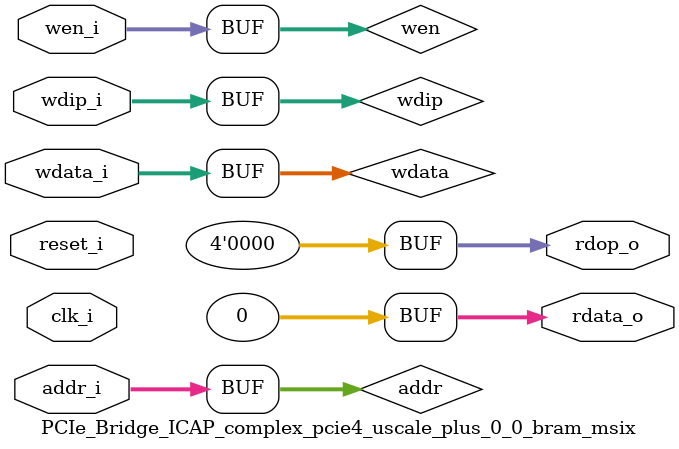
<source format=v>
`timescale 1ps/1ps

(* DowngradeIPIdentifiedWarnings = "yes" *)
module PCIe_Bridge_ICAP_complex_pcie4_uscale_plus_0_0_bram_msix #(

  parameter           TCQ = 100
, parameter           TO_RAM_PIPELINE="FALSE"
, parameter           FROM_RAM_PIPELINE="FALSE"
, parameter           MSIX_CAP_TABLE_SIZE=11'h0
, parameter           MSIX_TABLE_RAM_ENABLE="FALSE"

  ) (

  input  wire         clk_i,
  input  wire         reset_i,

  input  wire  [12:0] addr_i,
  input  wire  [31:0] wdata_i,
  input  wire   [3:0] wdip_i,
  input  wire   [3:0] wen_i,
  output wire  [31:0] rdata_o,
  output wire   [3:0] rdop_o

  );

  // WIP : Use Total number of functions (PFs + VFs) to calculate the NUM_BRAM_4K
  localparam integer NUM_BRAM_4K = (MSIX_TABLE_RAM_ENABLE == "TRUE") ? 8 : 0 ;
 

  reg          [12:0] addr;
  reg          [12:0] addr_p0;
  reg          [12:0] addr_p1;
  reg          [31:0] wdata;
  reg           [3:0] wdip;
  reg           [3:0] wen;
  reg          [31:0] reg_rdata;
  reg           [3:0] reg_rdop;
  wire         [31:0] rdata;
  wire          [3:0] rdop;
  genvar              i;
  wire    [(8*4)-1:0] bram_4k_wen;
  wire   [(8*32)-1:0] rdata_t;
  wire    [(8*4)-1:0] rdop_t;

  //
  // Optional input pipe stages
  //
  generate

    if (TO_RAM_PIPELINE == "TRUE") begin : TORAMPIPELINE

      always @(posedge clk_i) begin
     
        if (reset_i) begin

          addr <= #(TCQ) 13'b0;
          wdata <= #(TCQ) 32'b0;
          wdip <= #(TCQ) 4'b0;
          wen <= #(TCQ) 4'b0;

        end else begin

          addr <= #(TCQ) addr_i;
          wdata <= #(TCQ) wdata_i;
          wdip <= #(TCQ) wdip_i;
          wen <= #(TCQ) wen_i;

        end

      end

    end else begin : NOTORAMPIPELINE

      always @(*) begin

          addr = addr_i;
          wdata = wdata_i;
          wdip = wdip_i;
          wen = wen_i;

      end


    end

  endgenerate

  // 
  // Address pipeline
  //
  always @(posedge clk_i) begin
     
    if (reset_i) begin

      addr_p0 <= #(TCQ) 13'b0;
      addr_p1 <= #(TCQ) 13'b0;

    end else begin

      addr_p0 <= #(TCQ) addr;
      addr_p1 <= #(TCQ) addr_p0;

    end

  end

  //
  // Optional output pipe stages
  //
  generate

    if (FROM_RAM_PIPELINE == "TRUE") begin : FRMRAMPIPELINE


      always @(posedge clk_i) begin
     
        if (reset_i) begin

          reg_rdata <= #(TCQ) 32'b0;
          reg_rdop <= #(TCQ) 4'b0;

        end else begin

          case (addr_p1[12:10]) 
            3'b000 : begin
              reg_rdata <= #(TCQ) rdata_t[(32*(0))+31:(32*(0))+0];
              reg_rdop <= #(TCQ) rdop_t[(4*(0))+3:(4*(0))+0];
            end
            3'b001 : begin
              reg_rdata <= #(TCQ) rdata_t[(32*(1))+31:(32*(1))+0];
              reg_rdop <= #(TCQ) rdop_t[(4*(1))+3:(4*(1))+0];
            end
            3'b010 : begin
              reg_rdata <= #(TCQ) rdata_t[(32*(2))+31:(32*(2))+0];
              reg_rdop <= #(TCQ) rdop_t[(4*(2))+3:(4*(2))+0];
            end
            3'b011 : begin
              reg_rdata <= #(TCQ) rdata_t[(32*(3))+31:(32*(3))+0];
              reg_rdop <= #(TCQ) rdop_t[(4*(3))+3:(4*(3))+0];
            end
            3'b100 : begin
              reg_rdata <= #(TCQ) rdata_t[(32*(4))+31:(32*(4))+0];
              reg_rdop <= #(TCQ) rdop_t[(4*(4))+3:(4*(4))+0];
            end
            3'b101 : begin
              reg_rdata <= #(TCQ) rdata_t[(32*(5))+31:(32*(5))+0];
              reg_rdop <= #(TCQ) rdop_t[(4*(5))+3:(4*(5))+0];
            end
            3'b110 : begin
              reg_rdata <= #(TCQ) rdata_t[(32*(6))+31:(32*(6))+0];
              reg_rdop <= #(TCQ) rdop_t[(4*(6))+3:(4*(6))+0];
            end
            3'b111 : begin
              reg_rdata <= #(TCQ) rdata_t[(32*(7))+31:(32*(7))+0];
              reg_rdop <= #(TCQ) rdop_t[(4*(7))+3:(4*(7))+0];
            end
          endcase

        end

      end

    end else begin : NOFRMRAMPIPELINE

      always @(*) begin

          case (addr_p1[12:10]) 
            3'b000 : begin
              reg_rdata <= #(TCQ) rdata_t[(32*(0))+31:(32*(0))+0];
              reg_rdop <= #(TCQ) rdop_t[(4*(0))+3:(4*(0))+0];
            end
            3'b001 : begin
              reg_rdata <= #(TCQ) rdata_t[(32*(1))+31:(32*(1))+0];
              reg_rdop <= #(TCQ) rdop_t[(4*(1))+3:(4*(1))+0];
            end
            3'b010 : begin
              reg_rdata <= #(TCQ) rdata_t[(32*(2))+31:(32*(2))+0];
              reg_rdop <= #(TCQ) rdop_t[(4*(2))+3:(4*(2))+0];
            end
            3'b011 : begin
              reg_rdata <= #(TCQ) rdata_t[(32*(3))+31:(32*(3))+0];
              reg_rdop <= #(TCQ) rdop_t[(4*(3))+3:(4*(3))+0];
            end
            3'b100 : begin
              reg_rdata <= #(TCQ) rdata_t[(32*(4))+31:(32*(4))+0];
              reg_rdop <= #(TCQ) rdop_t[(4*(4))+3:(4*(4))+0];
            end
            3'b101 : begin
              reg_rdata <= #(TCQ) rdata_t[(32*(5))+31:(32*(5))+0];
              reg_rdop <= #(TCQ) rdop_t[(4*(5))+3:(4*(5))+0];
            end
            3'b110 : begin
              reg_rdata <= #(TCQ) rdata_t[(32*(6))+31:(32*(6))+0];
              reg_rdop <= #(TCQ) rdop_t[(4*(6))+3:(4*(6))+0];
            end
            3'b111 : begin
              reg_rdata <= #(TCQ) rdata_t[(32*(7))+31:(32*(7))+0];
              reg_rdop <= #(TCQ) rdop_t[(4*(7))+3:(4*(7))+0];
            end
          endcase

      end

    end
  
  endgenerate

  assign rdata_o = (MSIX_TABLE_RAM_ENABLE == "TRUE") ?  reg_rdata : 32'h0;
  assign rdop_o = (MSIX_TABLE_RAM_ENABLE == "TRUE") ? reg_rdop : 4'h0;

  generate 
  
    for (i=0; i<NUM_BRAM_4K; i=i+1) begin : BRAM4K

      PCIe_Bridge_ICAP_complex_pcie4_uscale_plus_0_0_bram_4k_int #(
          .TCQ(TCQ)
        )
        bram_4k_int (
    
          .clk_i (clk_i),
          .reset_i (reset_i),
    
          .addr_i(addr[9:0]),
          .wdata_i(wdata),
          .wdip_i(wdip),
          .wen_i(bram_4k_wen[(4*(i))+3:(4*(i))+0]),
          .rdata_o(rdata_t[(32*i)+31:(32*i)+0]),
          .rdop_o(rdop_t[(4*i)+3:(4*i)+0]),
          .baddr_i(10'b0),
          .brdata_o()

      );
      assign bram_4k_wen[(4*(i))+3:(4*(i))+0] = wen & {4{(i == addr[12:10])}};  
      
    end

  endgenerate

endmodule

</source>
